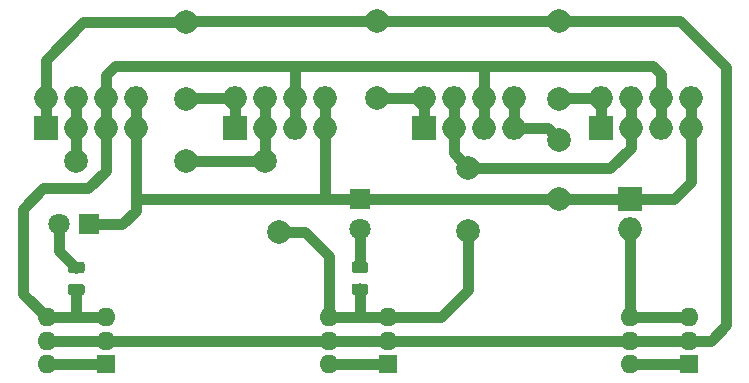
<source format=gbr>
G04 #@! TF.GenerationSoftware,KiCad,Pcbnew,5.1.2-f72e74a~84~ubuntu18.04.1*
G04 #@! TF.CreationDate,2020-02-26T21:12:00+03:00*
G04 #@! TF.ProjectId,connection_board,636f6e6e-6563-4746-996f-6e5f626f6172,rev?*
G04 #@! TF.SameCoordinates,Original*
G04 #@! TF.FileFunction,Copper,L2,Bot*
G04 #@! TF.FilePolarity,Positive*
%FSLAX46Y46*%
G04 Gerber Fmt 4.6, Leading zero omitted, Abs format (unit mm)*
G04 Created by KiCad (PCBNEW 5.1.2-f72e74a~84~ubuntu18.04.1) date 2020-02-26 21:12:00*
%MOMM*%
%LPD*%
G04 APERTURE LIST*
%ADD10C,1.800000*%
%ADD11R,1.800000X1.800000*%
%ADD12C,0.100000*%
%ADD13C,0.975000*%
%ADD14R,1.600000X1.600000*%
%ADD15O,1.600000X1.600000*%
%ADD16R,2.000000X2.000000*%
%ADD17O,2.000000X2.000000*%
%ADD18C,2.000000*%
%ADD19C,0.900000*%
G04 APERTURE END LIST*
D10*
X102600000Y-82540000D03*
D11*
X102600000Y-80000000D03*
X79700000Y-82100000D03*
D10*
X77160000Y-82100000D03*
D12*
G36*
X103080142Y-87151174D02*
G01*
X103103803Y-87154684D01*
X103127007Y-87160496D01*
X103149529Y-87168554D01*
X103171153Y-87178782D01*
X103191670Y-87191079D01*
X103210883Y-87205329D01*
X103228607Y-87221393D01*
X103244671Y-87239117D01*
X103258921Y-87258330D01*
X103271218Y-87278847D01*
X103281446Y-87300471D01*
X103289504Y-87322993D01*
X103295316Y-87346197D01*
X103298826Y-87369858D01*
X103300000Y-87393750D01*
X103300000Y-87881250D01*
X103298826Y-87905142D01*
X103295316Y-87928803D01*
X103289504Y-87952007D01*
X103281446Y-87974529D01*
X103271218Y-87996153D01*
X103258921Y-88016670D01*
X103244671Y-88035883D01*
X103228607Y-88053607D01*
X103210883Y-88069671D01*
X103191670Y-88083921D01*
X103171153Y-88096218D01*
X103149529Y-88106446D01*
X103127007Y-88114504D01*
X103103803Y-88120316D01*
X103080142Y-88123826D01*
X103056250Y-88125000D01*
X102143750Y-88125000D01*
X102119858Y-88123826D01*
X102096197Y-88120316D01*
X102072993Y-88114504D01*
X102050471Y-88106446D01*
X102028847Y-88096218D01*
X102008330Y-88083921D01*
X101989117Y-88069671D01*
X101971393Y-88053607D01*
X101955329Y-88035883D01*
X101941079Y-88016670D01*
X101928782Y-87996153D01*
X101918554Y-87974529D01*
X101910496Y-87952007D01*
X101904684Y-87928803D01*
X101901174Y-87905142D01*
X101900000Y-87881250D01*
X101900000Y-87393750D01*
X101901174Y-87369858D01*
X101904684Y-87346197D01*
X101910496Y-87322993D01*
X101918554Y-87300471D01*
X101928782Y-87278847D01*
X101941079Y-87258330D01*
X101955329Y-87239117D01*
X101971393Y-87221393D01*
X101989117Y-87205329D01*
X102008330Y-87191079D01*
X102028847Y-87178782D01*
X102050471Y-87168554D01*
X102072993Y-87160496D01*
X102096197Y-87154684D01*
X102119858Y-87151174D01*
X102143750Y-87150000D01*
X103056250Y-87150000D01*
X103080142Y-87151174D01*
X103080142Y-87151174D01*
G37*
D13*
X102600000Y-87637500D03*
D12*
G36*
X103080142Y-85276174D02*
G01*
X103103803Y-85279684D01*
X103127007Y-85285496D01*
X103149529Y-85293554D01*
X103171153Y-85303782D01*
X103191670Y-85316079D01*
X103210883Y-85330329D01*
X103228607Y-85346393D01*
X103244671Y-85364117D01*
X103258921Y-85383330D01*
X103271218Y-85403847D01*
X103281446Y-85425471D01*
X103289504Y-85447993D01*
X103295316Y-85471197D01*
X103298826Y-85494858D01*
X103300000Y-85518750D01*
X103300000Y-86006250D01*
X103298826Y-86030142D01*
X103295316Y-86053803D01*
X103289504Y-86077007D01*
X103281446Y-86099529D01*
X103271218Y-86121153D01*
X103258921Y-86141670D01*
X103244671Y-86160883D01*
X103228607Y-86178607D01*
X103210883Y-86194671D01*
X103191670Y-86208921D01*
X103171153Y-86221218D01*
X103149529Y-86231446D01*
X103127007Y-86239504D01*
X103103803Y-86245316D01*
X103080142Y-86248826D01*
X103056250Y-86250000D01*
X102143750Y-86250000D01*
X102119858Y-86248826D01*
X102096197Y-86245316D01*
X102072993Y-86239504D01*
X102050471Y-86231446D01*
X102028847Y-86221218D01*
X102008330Y-86208921D01*
X101989117Y-86194671D01*
X101971393Y-86178607D01*
X101955329Y-86160883D01*
X101941079Y-86141670D01*
X101928782Y-86121153D01*
X101918554Y-86099529D01*
X101910496Y-86077007D01*
X101904684Y-86053803D01*
X101901174Y-86030142D01*
X101900000Y-86006250D01*
X101900000Y-85518750D01*
X101901174Y-85494858D01*
X101904684Y-85471197D01*
X101910496Y-85447993D01*
X101918554Y-85425471D01*
X101928782Y-85403847D01*
X101941079Y-85383330D01*
X101955329Y-85364117D01*
X101971393Y-85346393D01*
X101989117Y-85330329D01*
X102008330Y-85316079D01*
X102028847Y-85303782D01*
X102050471Y-85293554D01*
X102072993Y-85285496D01*
X102096197Y-85279684D01*
X102119858Y-85276174D01*
X102143750Y-85275000D01*
X103056250Y-85275000D01*
X103080142Y-85276174D01*
X103080142Y-85276174D01*
G37*
D13*
X102600000Y-85762500D03*
D12*
G36*
X79080142Y-85313674D02*
G01*
X79103803Y-85317184D01*
X79127007Y-85322996D01*
X79149529Y-85331054D01*
X79171153Y-85341282D01*
X79191670Y-85353579D01*
X79210883Y-85367829D01*
X79228607Y-85383893D01*
X79244671Y-85401617D01*
X79258921Y-85420830D01*
X79271218Y-85441347D01*
X79281446Y-85462971D01*
X79289504Y-85485493D01*
X79295316Y-85508697D01*
X79298826Y-85532358D01*
X79300000Y-85556250D01*
X79300000Y-86043750D01*
X79298826Y-86067642D01*
X79295316Y-86091303D01*
X79289504Y-86114507D01*
X79281446Y-86137029D01*
X79271218Y-86158653D01*
X79258921Y-86179170D01*
X79244671Y-86198383D01*
X79228607Y-86216107D01*
X79210883Y-86232171D01*
X79191670Y-86246421D01*
X79171153Y-86258718D01*
X79149529Y-86268946D01*
X79127007Y-86277004D01*
X79103803Y-86282816D01*
X79080142Y-86286326D01*
X79056250Y-86287500D01*
X78143750Y-86287500D01*
X78119858Y-86286326D01*
X78096197Y-86282816D01*
X78072993Y-86277004D01*
X78050471Y-86268946D01*
X78028847Y-86258718D01*
X78008330Y-86246421D01*
X77989117Y-86232171D01*
X77971393Y-86216107D01*
X77955329Y-86198383D01*
X77941079Y-86179170D01*
X77928782Y-86158653D01*
X77918554Y-86137029D01*
X77910496Y-86114507D01*
X77904684Y-86091303D01*
X77901174Y-86067642D01*
X77900000Y-86043750D01*
X77900000Y-85556250D01*
X77901174Y-85532358D01*
X77904684Y-85508697D01*
X77910496Y-85485493D01*
X77918554Y-85462971D01*
X77928782Y-85441347D01*
X77941079Y-85420830D01*
X77955329Y-85401617D01*
X77971393Y-85383893D01*
X77989117Y-85367829D01*
X78008330Y-85353579D01*
X78028847Y-85341282D01*
X78050471Y-85331054D01*
X78072993Y-85322996D01*
X78096197Y-85317184D01*
X78119858Y-85313674D01*
X78143750Y-85312500D01*
X79056250Y-85312500D01*
X79080142Y-85313674D01*
X79080142Y-85313674D01*
G37*
D13*
X78600000Y-85800000D03*
D12*
G36*
X79080142Y-87188674D02*
G01*
X79103803Y-87192184D01*
X79127007Y-87197996D01*
X79149529Y-87206054D01*
X79171153Y-87216282D01*
X79191670Y-87228579D01*
X79210883Y-87242829D01*
X79228607Y-87258893D01*
X79244671Y-87276617D01*
X79258921Y-87295830D01*
X79271218Y-87316347D01*
X79281446Y-87337971D01*
X79289504Y-87360493D01*
X79295316Y-87383697D01*
X79298826Y-87407358D01*
X79300000Y-87431250D01*
X79300000Y-87918750D01*
X79298826Y-87942642D01*
X79295316Y-87966303D01*
X79289504Y-87989507D01*
X79281446Y-88012029D01*
X79271218Y-88033653D01*
X79258921Y-88054170D01*
X79244671Y-88073383D01*
X79228607Y-88091107D01*
X79210883Y-88107171D01*
X79191670Y-88121421D01*
X79171153Y-88133718D01*
X79149529Y-88143946D01*
X79127007Y-88152004D01*
X79103803Y-88157816D01*
X79080142Y-88161326D01*
X79056250Y-88162500D01*
X78143750Y-88162500D01*
X78119858Y-88161326D01*
X78096197Y-88157816D01*
X78072993Y-88152004D01*
X78050471Y-88143946D01*
X78028847Y-88133718D01*
X78008330Y-88121421D01*
X77989117Y-88107171D01*
X77971393Y-88091107D01*
X77955329Y-88073383D01*
X77941079Y-88054170D01*
X77928782Y-88033653D01*
X77918554Y-88012029D01*
X77910496Y-87989507D01*
X77904684Y-87966303D01*
X77901174Y-87942642D01*
X77900000Y-87918750D01*
X77900000Y-87431250D01*
X77901174Y-87407358D01*
X77904684Y-87383697D01*
X77910496Y-87360493D01*
X77918554Y-87337971D01*
X77928782Y-87316347D01*
X77941079Y-87295830D01*
X77955329Y-87276617D01*
X77971393Y-87258893D01*
X77989117Y-87242829D01*
X78008330Y-87228579D01*
X78028847Y-87216282D01*
X78050471Y-87206054D01*
X78072993Y-87197996D01*
X78096197Y-87192184D01*
X78119858Y-87188674D01*
X78143750Y-87187500D01*
X79056250Y-87187500D01*
X79080142Y-87188674D01*
X79080142Y-87188674D01*
G37*
D13*
X78600000Y-87675000D03*
D14*
X130500000Y-94000000D03*
D15*
X125500000Y-94000000D03*
X130500000Y-92000000D03*
X125500000Y-92000000D03*
X130500000Y-90000000D03*
X125500000Y-90000000D03*
X100000000Y-90000000D03*
X105000000Y-90000000D03*
X100000000Y-92000000D03*
X105000000Y-92000000D03*
X100000000Y-94000000D03*
D14*
X105000000Y-94000000D03*
X81100000Y-94000000D03*
D15*
X76100000Y-94000000D03*
X81100000Y-92000000D03*
X76100000Y-92000000D03*
X81100000Y-90000000D03*
X76100000Y-90000000D03*
D16*
X125500000Y-80000000D03*
D17*
X125500000Y-82540000D03*
D16*
X76000000Y-74000000D03*
D17*
X76000000Y-71460000D03*
X78540000Y-74000000D03*
X78540000Y-71460000D03*
X81080000Y-74000000D03*
X81080000Y-71460000D03*
X83620000Y-74000000D03*
X83620000Y-71460000D03*
X99620000Y-71460000D03*
X99620000Y-74000000D03*
X97080000Y-71460000D03*
X97080000Y-74000000D03*
X94540000Y-71460000D03*
X94540000Y-74000000D03*
X92000000Y-71460000D03*
D16*
X92000000Y-74000000D03*
X108000000Y-74000000D03*
D17*
X108000000Y-71460000D03*
X110540000Y-74000000D03*
X110540000Y-71460000D03*
X113080000Y-74000000D03*
X113080000Y-71460000D03*
X115620000Y-74000000D03*
X115620000Y-71460000D03*
X130620000Y-71460000D03*
X130620000Y-74000000D03*
X128080000Y-71460000D03*
X128080000Y-74000000D03*
X125540000Y-71460000D03*
X125540000Y-74000000D03*
X123000000Y-71460000D03*
D16*
X123000000Y-74000000D03*
D18*
X119500000Y-75000000D03*
X119500000Y-80000000D03*
X119500000Y-71500000D03*
X119500000Y-64900000D03*
X87900000Y-71500000D03*
X87900000Y-65000000D03*
X104040000Y-71460000D03*
X104040000Y-64940000D03*
X78540000Y-76760000D03*
X87860000Y-76760000D03*
X111800000Y-77400000D03*
X111800000Y-82700000D03*
X94600000Y-76750000D03*
X95800000Y-82800000D03*
D19*
X83620000Y-74000000D02*
X83620000Y-71460000D01*
X99620000Y-71460000D02*
X99620000Y-74000000D01*
X115620000Y-71460000D02*
X115620000Y-74000000D01*
X130620000Y-71460000D02*
X130620000Y-74000000D01*
X130620000Y-78580000D02*
X130620000Y-74000000D01*
X129200000Y-80000000D02*
X130620000Y-78580000D01*
X82500000Y-82100000D02*
X79700000Y-82100000D01*
X83620000Y-80980000D02*
X82500000Y-82100000D01*
X129200000Y-80000000D02*
X125500000Y-80000000D01*
X118500000Y-74000000D02*
X119500000Y-75000000D01*
X115620000Y-74000000D02*
X118500000Y-74000000D01*
X83740000Y-80000000D02*
X83620000Y-80120000D01*
X83620000Y-74000000D02*
X83620000Y-80120000D01*
X83620000Y-80120000D02*
X83620000Y-80980000D01*
X105000000Y-80000000D02*
X102600000Y-80000000D01*
X99620000Y-79980000D02*
X99600000Y-80000000D01*
X99620000Y-74000000D02*
X99620000Y-79980000D01*
X102600000Y-80000000D02*
X99600000Y-80000000D01*
X99600000Y-80000000D02*
X83740000Y-80000000D01*
X125500000Y-80000000D02*
X119500000Y-80000000D01*
X119500000Y-80000000D02*
X105000000Y-80000000D01*
X102600000Y-82540000D02*
X102600000Y-85762500D01*
X77160000Y-84360000D02*
X78600000Y-85800000D01*
X77160000Y-82100000D02*
X77160000Y-84360000D01*
X76000000Y-74000000D02*
X76000000Y-71460000D01*
X92000000Y-74000000D02*
X92000000Y-71460000D01*
X108000000Y-74000000D02*
X108000000Y-71460000D01*
X100000000Y-92000000D02*
X105000000Y-92000000D01*
X105000000Y-92000000D02*
X125000000Y-92000000D01*
X125000000Y-92000000D02*
X130000000Y-92000000D01*
X81100000Y-92000000D02*
X76100000Y-92000000D01*
X123000000Y-71460000D02*
X123000000Y-74000000D01*
X123000000Y-71460000D02*
X120240000Y-71460000D01*
X120240000Y-71460000D02*
X120200000Y-71500000D01*
X92000000Y-71460000D02*
X87940000Y-71460000D01*
X87940000Y-71460000D02*
X87900000Y-71500000D01*
X108000000Y-71460000D02*
X104040000Y-71460000D01*
X119500000Y-64900000D02*
X129700000Y-64900000D01*
X129700000Y-64900000D02*
X133600000Y-68800000D01*
X133600000Y-68800000D02*
X133600000Y-90700000D01*
X132300000Y-92000000D02*
X130500000Y-92000000D01*
X133600000Y-90700000D02*
X132300000Y-92000000D01*
X100000000Y-92000000D02*
X81100000Y-92000000D01*
X104080000Y-64900000D02*
X104040000Y-64940000D01*
X119500000Y-64900000D02*
X104080000Y-64900000D01*
X87960000Y-64940000D02*
X87900000Y-65000000D01*
X104040000Y-64940000D02*
X87960000Y-64940000D01*
X87900000Y-65000000D02*
X79200000Y-65000000D01*
X76000000Y-68200000D02*
X76000000Y-71460000D01*
X79200000Y-65000000D02*
X76000000Y-68200000D01*
X78540000Y-74000000D02*
X78540000Y-71460000D01*
X110540000Y-74000000D02*
X110540000Y-71460000D01*
X125540000Y-74000000D02*
X125540000Y-71460000D01*
X94540000Y-74000000D02*
X94540000Y-71460000D01*
X78540000Y-74000000D02*
X78540000Y-76760000D01*
X102600000Y-87637500D02*
X102600000Y-90000000D01*
X105000000Y-90000000D02*
X102600000Y-90000000D01*
X102600000Y-90000000D02*
X100000000Y-90000000D01*
X110540000Y-76140000D02*
X111800000Y-77400000D01*
X110540000Y-74000000D02*
X110540000Y-76140000D01*
X111800000Y-77400000D02*
X123800000Y-77400000D01*
X125540000Y-75660000D02*
X125540000Y-74000000D01*
X123800000Y-77400000D02*
X125540000Y-75660000D01*
X105000000Y-90000000D02*
X109500000Y-90000000D01*
X111800000Y-87700000D02*
X111800000Y-82700000D01*
X109500000Y-90000000D02*
X111800000Y-87700000D01*
X95800000Y-82800000D02*
X98000000Y-82800000D01*
X100000000Y-84800000D02*
X100000000Y-90000000D01*
X98000000Y-82800000D02*
X100000000Y-84800000D01*
X94540000Y-74000000D02*
X94540000Y-76040000D01*
X94590000Y-76760000D02*
X94600000Y-76750000D01*
X87860000Y-76760000D02*
X94590000Y-76760000D01*
X81080000Y-89980000D02*
X81100000Y-90000000D01*
X128080000Y-74000000D02*
X128080000Y-71460000D01*
X128080000Y-71460000D02*
X128080000Y-69380000D01*
X128080000Y-69380000D02*
X127400000Y-68700000D01*
X81080000Y-69520000D02*
X81080000Y-71460000D01*
X81900000Y-68700000D02*
X81080000Y-69520000D01*
X81080000Y-71460000D02*
X81080000Y-74000000D01*
X97080000Y-74000000D02*
X97080000Y-71460000D01*
X97080000Y-68720000D02*
X97100000Y-68700000D01*
X97080000Y-71460000D02*
X97080000Y-68720000D01*
X97100000Y-68700000D02*
X81900000Y-68700000D01*
X113080000Y-74000000D02*
X113080000Y-71460000D01*
X113080000Y-68920000D02*
X113300000Y-68700000D01*
X113080000Y-71460000D02*
X113080000Y-68920000D01*
X127400000Y-68700000D02*
X113300000Y-68700000D01*
X113300000Y-68700000D02*
X97100000Y-68700000D01*
X81080000Y-74000000D02*
X81080000Y-77620000D01*
X81080000Y-77620000D02*
X79600000Y-79100000D01*
X79600000Y-79100000D02*
X75800000Y-79100000D01*
X75800000Y-79100000D02*
X74100000Y-80800000D01*
X74100000Y-88000000D02*
X76100000Y-90000000D01*
X74100000Y-80800000D02*
X74100000Y-88000000D01*
X78600000Y-89800000D02*
X78400000Y-90000000D01*
X78600000Y-87675000D02*
X78600000Y-89800000D01*
X81100000Y-90000000D02*
X78400000Y-90000000D01*
X78400000Y-90000000D02*
X76100000Y-90000000D01*
X130500000Y-94000000D02*
X129000000Y-94000000D01*
X125500000Y-94000000D02*
X129049999Y-94000000D01*
X100000000Y-94000000D02*
X105000000Y-94000000D01*
X76100000Y-94000000D02*
X81000000Y-94000000D01*
X125500000Y-90000000D02*
X130500000Y-90000000D01*
X125500000Y-82540000D02*
X125500000Y-85100000D01*
X125500000Y-84600000D02*
X125500000Y-85100000D01*
X125500000Y-85100000D02*
X125500000Y-90000000D01*
M02*

</source>
